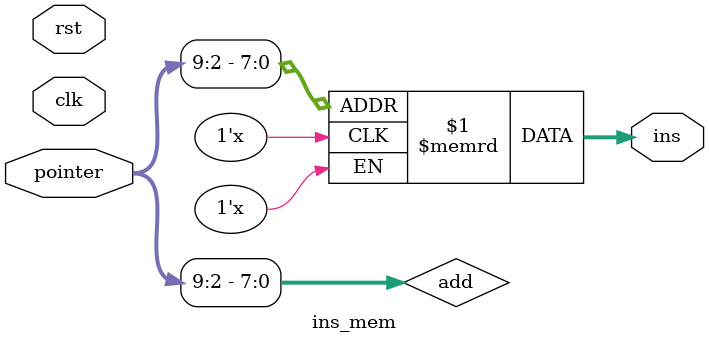
<source format=v>
module ins_mem (clk,rst,pointer,ins);
input clk,rst;
input [31:0]pointer;
output  [31:0] ins;
reg [31:0] ins_rom [255:0];

wire [7:0] add = pointer[9:2];
  


// always @(*) begin 
// 	ins_mem='{'h00500113,
// 			 'h00C00193,
// 			 'hFF718393,
// 			 'h0023E233,
// 			 'h0041F2B3,
// 			 'h004282B3,
// 			 'h02728463,
// 			 'h00020463,
// 			 'h00000293,
// 			 'h005203B3,
// 			 'h402383B3,
// 			 'h0471AA23,
// 			 'h06002103,
// 			 'h005104B3,
// 			 'h008001EF,
// 			 'h00100113,
// 			 'h00910133,
// 			 'h0221A023,
// 			 'h00210063};		
// end
assign ins =ins_rom[add];

endmodule

</source>
